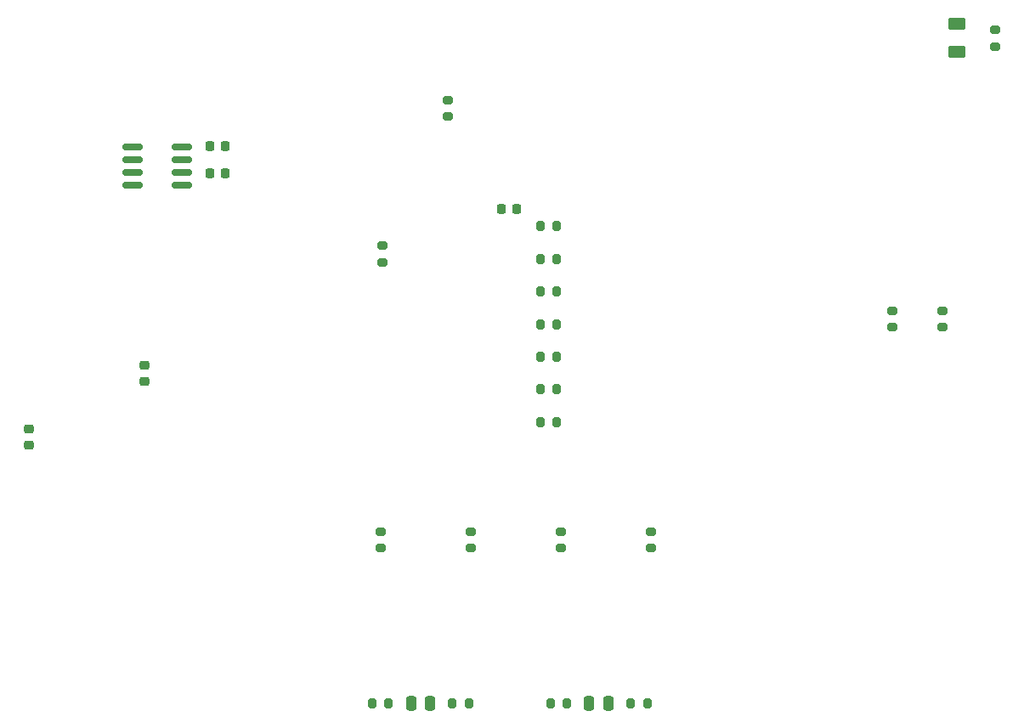
<source format=gbr>
%TF.GenerationSoftware,KiCad,Pcbnew,(6.0.8)*%
%TF.CreationDate,2022-11-24T14:06:27+01:00*%
%TF.ProjectId,myDAQExpansionBoard,6d794441-5145-4787-9061-6e73696f6e42,rev?*%
%TF.SameCoordinates,Original*%
%TF.FileFunction,Paste,Top*%
%TF.FilePolarity,Positive*%
%FSLAX46Y46*%
G04 Gerber Fmt 4.6, Leading zero omitted, Abs format (unit mm)*
G04 Created by KiCad (PCBNEW (6.0.8)) date 2022-11-24 14:06:27*
%MOMM*%
%LPD*%
G01*
G04 APERTURE LIST*
G04 Aperture macros list*
%AMRoundRect*
0 Rectangle with rounded corners*
0 $1 Rounding radius*
0 $2 $3 $4 $5 $6 $7 $8 $9 X,Y pos of 4 corners*
0 Add a 4 corners polygon primitive as box body*
4,1,4,$2,$3,$4,$5,$6,$7,$8,$9,$2,$3,0*
0 Add four circle primitives for the rounded corners*
1,1,$1+$1,$2,$3*
1,1,$1+$1,$4,$5*
1,1,$1+$1,$6,$7*
1,1,$1+$1,$8,$9*
0 Add four rect primitives between the rounded corners*
20,1,$1+$1,$2,$3,$4,$5,0*
20,1,$1+$1,$4,$5,$6,$7,0*
20,1,$1+$1,$6,$7,$8,$9,0*
20,1,$1+$1,$8,$9,$2,$3,0*%
G04 Aperture macros list end*
%ADD10RoundRect,0.200000X-0.200000X-0.275000X0.200000X-0.275000X0.200000X0.275000X-0.200000X0.275000X0*%
%ADD11RoundRect,0.200000X-0.275000X0.200000X-0.275000X-0.200000X0.275000X-0.200000X0.275000X0.200000X0*%
%ADD12RoundRect,0.250000X-0.250000X-0.475000X0.250000X-0.475000X0.250000X0.475000X-0.250000X0.475000X0*%
%ADD13RoundRect,0.225000X-0.225000X-0.250000X0.225000X-0.250000X0.225000X0.250000X-0.225000X0.250000X0*%
%ADD14RoundRect,0.200000X0.275000X-0.200000X0.275000X0.200000X-0.275000X0.200000X-0.275000X-0.200000X0*%
%ADD15RoundRect,0.225000X0.250000X-0.225000X0.250000X0.225000X-0.250000X0.225000X-0.250000X-0.225000X0*%
%ADD16RoundRect,0.250000X-0.625000X0.375000X-0.625000X-0.375000X0.625000X-0.375000X0.625000X0.375000X0*%
%ADD17RoundRect,0.150000X-0.825000X-0.150000X0.825000X-0.150000X0.825000X0.150000X-0.825000X0.150000X0*%
G04 APERTURE END LIST*
D10*
%TO.C,R21*%
X130675000Y-110800000D03*
X132325000Y-110800000D03*
%TD*%
%TO.C,R19*%
X112925000Y-110800000D03*
X114575000Y-110800000D03*
%TD*%
D11*
%TO.C,R20*%
X167000000Y-45325000D03*
X167000000Y-43675000D03*
%TD*%
D10*
%TO.C,R3*%
X104925000Y-110800000D03*
X106575000Y-110800000D03*
%TD*%
D11*
%TO.C,R18*%
X112500000Y-52325000D03*
X112500000Y-50675000D03*
%TD*%
D10*
%TO.C,R8*%
X123325000Y-69750000D03*
X121675000Y-69750000D03*
%TD*%
%TO.C,R11*%
X123325000Y-76250000D03*
X121675000Y-76250000D03*
%TD*%
%TO.C,R10*%
X123325000Y-73000000D03*
X121675000Y-73000000D03*
%TD*%
D12*
%TO.C,CD1*%
X108800000Y-110800000D03*
X110700000Y-110800000D03*
%TD*%
D13*
%TO.C,C3*%
X90300000Y-55250000D03*
X88750000Y-55250000D03*
%TD*%
D14*
%TO.C,R2*%
X156750000Y-71675000D03*
X156750000Y-73325000D03*
%TD*%
D11*
%TO.C,R6*%
X161750000Y-73325000D03*
X161750000Y-71675000D03*
%TD*%
D15*
%TO.C,C2*%
X70750000Y-83475000D03*
X70750000Y-85025000D03*
%TD*%
D11*
%TO.C,R12*%
X105960000Y-66825000D03*
X105960000Y-65175000D03*
%TD*%
D15*
%TO.C,C4*%
X82250000Y-77125000D03*
X82250000Y-78675000D03*
%TD*%
D11*
%TO.C,R7*%
X123737500Y-95312500D03*
X123737500Y-93662500D03*
%TD*%
%TO.C,R5*%
X114737500Y-95312500D03*
X114737500Y-93662500D03*
%TD*%
D13*
%TO.C,C6*%
X90300000Y-58000000D03*
X88750000Y-58000000D03*
%TD*%
D11*
%TO.C,R9*%
X132737500Y-95312500D03*
X132737500Y-93662500D03*
%TD*%
D12*
%TO.C,CD2*%
X128450000Y-110800000D03*
X126550000Y-110800000D03*
%TD*%
D11*
%TO.C,R1*%
X105737500Y-95312500D03*
X105737500Y-93662500D03*
%TD*%
D10*
%TO.C,R15*%
X123325000Y-63250000D03*
X121675000Y-63250000D03*
%TD*%
%TO.C,R13*%
X123325000Y-79500000D03*
X121675000Y-79500000D03*
%TD*%
D16*
%TO.C,D14*%
X163150000Y-45850000D03*
X163150000Y-43050000D03*
%TD*%
D10*
%TO.C,R4*%
X124325000Y-110800000D03*
X122675000Y-110800000D03*
%TD*%
D13*
%TO.C,C1*%
X119330000Y-61500000D03*
X117780000Y-61500000D03*
%TD*%
D17*
%TO.C,U3*%
X86000000Y-55345000D03*
X86000000Y-56615000D03*
X86000000Y-57885000D03*
X86000000Y-59155000D03*
X81050000Y-59155000D03*
X81050000Y-57885000D03*
X81050000Y-56615000D03*
X81050000Y-55345000D03*
%TD*%
D10*
%TO.C,R16*%
X123325000Y-66500000D03*
X121675000Y-66500000D03*
%TD*%
%TO.C,R14*%
X123325000Y-82750000D03*
X121675000Y-82750000D03*
%TD*%
M02*

</source>
